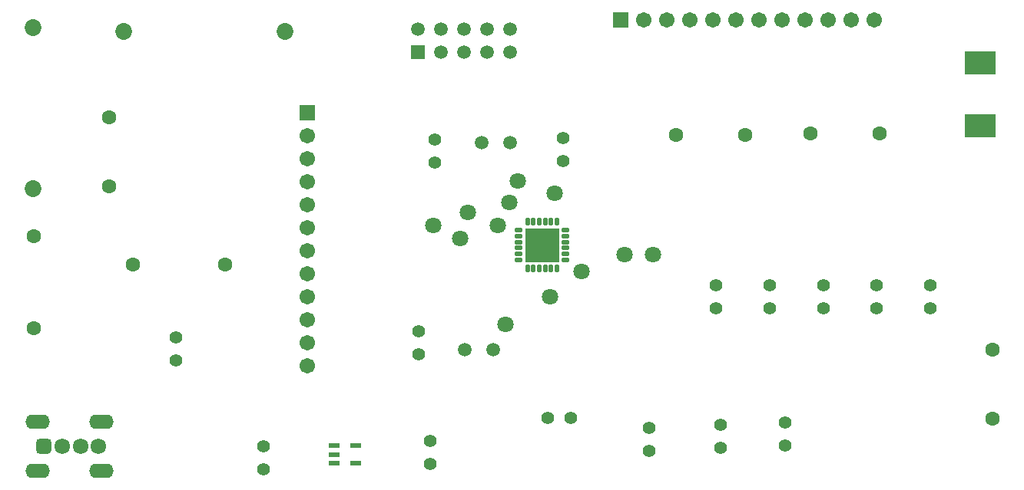
<source format=gts>
%FSLAX25Y25*%
%MOIN*%
G70*
G01*
G75*
G04 Layer_Color=8388736*
%ADD10O,0.02953X0.01181*%
%ADD11O,0.01181X0.02953*%
%ADD12R,0.14173X0.14173*%
%ADD13R,0.12992X0.09449*%
%ADD14R,0.05118X0.02165*%
%ADD15C,0.01181*%
%ADD16C,0.05512*%
%ADD17C,0.04724*%
%ADD18C,0.05118*%
%ADD19R,0.05906X0.05906*%
%ADD20C,0.05906*%
%ADD21R,0.05906X0.05906*%
%ADD22C,0.06496*%
%ADD23O,0.09843X0.05512*%
G04:AMPARAMS|DCode=24|XSize=59.84mil|YSize=59.84mil|CornerRadius=14.96mil|HoleSize=0mil|Usage=FLASHONLY|Rotation=270.000|XOffset=0mil|YOffset=0mil|HoleType=Round|Shape=RoundedRectangle|*
%AMROUNDEDRECTD24*
21,1,0.05984,0.02992,0,0,270.0*
21,1,0.02992,0.05984,0,0,270.0*
1,1,0.02992,-0.01496,-0.01496*
1,1,0.02992,-0.01496,0.01496*
1,1,0.02992,0.01496,0.01496*
1,1,0.02992,0.01496,-0.01496*
%
%ADD24ROUNDEDRECTD24*%
%ADD25C,0.05984*%
%ADD26C,0.06299*%
%ADD27C,0.01969*%
%ADD28C,0.04000*%
%ADD29C,0.07347*%
%ADD30C,0.06756*%
%ADD31C,0.06756*%
%ADD32C,0.07543*%
%ADD33C,0.07937*%
%ADD34O,0.09906X0.06953*%
%ADD35C,0.01000*%
%ADD36C,0.00984*%
%ADD37C,0.00787*%
%ADD38C,0.00800*%
%ADD39O,0.03753X0.01981*%
%ADD40O,0.01981X0.03753*%
%ADD41R,0.14973X0.14973*%
%ADD42R,0.13792X0.10249*%
%ADD43C,0.06312*%
%ADD44C,0.05524*%
%ADD45C,0.05918*%
%ADD46R,0.06706X0.06706*%
%ADD47C,0.06706*%
%ADD48R,0.06706X0.06706*%
%ADD49C,0.07296*%
%ADD50O,0.10642X0.06312*%
G04:AMPARAMS|DCode=51|XSize=67.84mil|YSize=67.84mil|CornerRadius=18.96mil|HoleSize=0mil|Usage=FLASHONLY|Rotation=270.000|XOffset=0mil|YOffset=0mil|HoleType=Round|Shape=RoundedRectangle|*
%AMROUNDEDRECTD51*
21,1,0.06784,0.02992,0,0,270.0*
21,1,0.02992,0.06784,0,0,270.0*
1,1,0.03792,-0.01496,-0.01496*
1,1,0.03792,-0.01496,0.01496*
1,1,0.03792,0.01496,0.01496*
1,1,0.03792,0.01496,-0.01496*
%
%ADD51ROUNDEDRECTD51*%
%ADD52C,0.06784*%
%ADD53C,0.07099*%
%ADD54C,0.02769*%
D14*
X371224Y336740D02*
D03*
Y329260D02*
D03*
X361776D02*
D03*
Y333000D02*
D03*
Y336740D02*
D03*
D19*
X398000Y508000D02*
D03*
D20*
Y518000D02*
D03*
X408000Y508000D02*
D03*
Y518000D02*
D03*
X418000Y508000D02*
D03*
Y518000D02*
D03*
X428000Y508000D02*
D03*
Y518000D02*
D03*
X438000Y508000D02*
D03*
Y518000D02*
D03*
D39*
X441862Y430398D02*
D03*
Y427839D02*
D03*
Y425280D02*
D03*
Y422720D02*
D03*
Y420161D02*
D03*
Y417602D02*
D03*
X462138D02*
D03*
Y420161D02*
D03*
Y422720D02*
D03*
Y425280D02*
D03*
Y427839D02*
D03*
Y430398D02*
D03*
D40*
X445602Y413862D02*
D03*
X448161D02*
D03*
X450720D02*
D03*
X453280D02*
D03*
X455839D02*
D03*
X458398D02*
D03*
Y434138D02*
D03*
X455839D02*
D03*
X453280D02*
D03*
X450720D02*
D03*
X448161D02*
D03*
X445602D02*
D03*
D41*
X452000Y424000D02*
D03*
D42*
X642000Y503181D02*
D03*
Y475819D02*
D03*
D43*
X568500Y472500D02*
D03*
X598500D02*
D03*
X231500Y428000D02*
D03*
Y388000D02*
D03*
X647500Y348500D02*
D03*
Y378500D02*
D03*
X510000Y472000D02*
D03*
X540000D02*
D03*
X264000Y449500D02*
D03*
Y479500D02*
D03*
X314500Y415500D02*
D03*
X274500D02*
D03*
D44*
X498500Y344500D02*
D03*
Y334500D02*
D03*
X529500Y346000D02*
D03*
Y336000D02*
D03*
X557500Y347000D02*
D03*
Y337000D02*
D03*
X461000Y470500D02*
D03*
Y460500D02*
D03*
X293000Y374000D02*
D03*
Y384000D02*
D03*
X403500Y329000D02*
D03*
Y339000D02*
D03*
X331000Y326500D02*
D03*
Y336500D02*
D03*
X527500Y406500D02*
D03*
Y396500D02*
D03*
X550750Y406500D02*
D03*
Y396500D02*
D03*
X574000Y406500D02*
D03*
Y396500D02*
D03*
X597250Y406500D02*
D03*
Y396500D02*
D03*
X620500Y406500D02*
D03*
Y396500D02*
D03*
X454500Y349000D02*
D03*
X464500D02*
D03*
X398500Y376500D02*
D03*
Y386500D02*
D03*
X405500Y470000D02*
D03*
Y460000D02*
D03*
D45*
X438102Y468500D02*
D03*
X425898D02*
D03*
X430602Y378500D02*
D03*
X418398D02*
D03*
D46*
X486000Y522000D02*
D03*
D47*
X496000D02*
D03*
X506000D02*
D03*
X516000D02*
D03*
X526000D02*
D03*
X536000D02*
D03*
X546000D02*
D03*
X556000D02*
D03*
X566000D02*
D03*
X576000D02*
D03*
X586000D02*
D03*
X596000D02*
D03*
X350000Y471500D02*
D03*
Y461500D02*
D03*
Y451500D02*
D03*
Y441500D02*
D03*
Y431500D02*
D03*
Y421500D02*
D03*
Y411500D02*
D03*
Y401500D02*
D03*
Y391500D02*
D03*
Y381500D02*
D03*
Y371500D02*
D03*
D48*
Y481500D02*
D03*
D49*
X231000Y518500D02*
D03*
Y448500D02*
D03*
X270500Y517000D02*
D03*
X340500D02*
D03*
D50*
X260618Y347268D02*
D03*
Y325732D02*
D03*
X233059D02*
D03*
Y347268D02*
D03*
D51*
X235933Y336500D02*
D03*
D52*
X243807D02*
D03*
X251681D02*
D03*
X259555D02*
D03*
D53*
X455600Y401500D02*
D03*
X436000Y389600D02*
D03*
X419900Y438200D02*
D03*
X437700Y442400D02*
D03*
X452000Y424000D02*
D03*
X469120Y412400D02*
D03*
X487700Y419700D02*
D03*
X457500Y446400D02*
D03*
X500000Y420000D02*
D03*
X416500Y426800D02*
D03*
X404800Y432400D02*
D03*
X441300Y451900D02*
D03*
X432879Y432401D02*
D03*
D54*
X447669Y428331D02*
D03*
X452000D02*
D03*
X456331D02*
D03*
X447669Y424000D02*
D03*
X452000D02*
D03*
X456331D02*
D03*
X447669Y419669D02*
D03*
X452000D02*
D03*
X456331D02*
D03*
M02*

</source>
